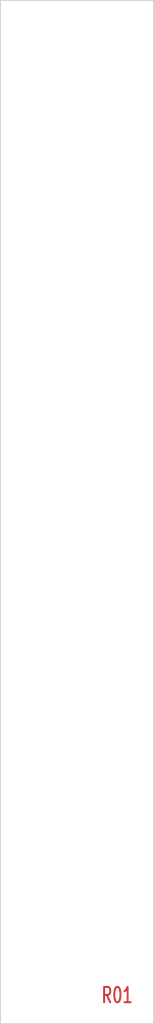
<source format=kicad_pcb>
(kicad_pcb (version 20171130) (host pcbnew 5.1.4-e60b266~84~ubuntu19.04.1)

  (general
    (thickness 1.6)
    (drawings 9)
    (tracks 0)
    (zones 0)
    (modules 5)
    (nets 1)
  )

  (page A4)
  (title_block
    (title Noise)
    (date 2019-09-22)
    (rev 01)
    (comment 1 "Original design by Yves Usson")
    (comment 2 "PCB for Panel")
    (comment 4 "License CC BY 4.0 - Attribution 4.0 International")
  )

  (layers
    (0 F.Cu signal)
    (31 B.Cu signal)
    (32 B.Adhes user)
    (33 F.Adhes user)
    (34 B.Paste user)
    (35 F.Paste user)
    (36 B.SilkS user)
    (37 F.SilkS user)
    (38 B.Mask user)
    (39 F.Mask user)
    (40 Dwgs.User user)
    (41 Cmts.User user)
    (42 Eco1.User user)
    (43 Eco2.User user)
    (44 Edge.Cuts user)
    (45 Margin user)
    (46 B.CrtYd user)
    (47 F.CrtYd user)
    (48 B.Fab user)
    (49 F.Fab user)
  )

  (setup
    (last_trace_width 0.25)
    (trace_clearance 0.2)
    (zone_clearance 0.508)
    (zone_45_only no)
    (trace_min 0.2)
    (via_size 0.8)
    (via_drill 0.4)
    (via_min_size 0.4)
    (via_min_drill 0.3)
    (uvia_size 0.3)
    (uvia_drill 0.1)
    (uvias_allowed no)
    (uvia_min_size 0.2)
    (uvia_min_drill 0.1)
    (edge_width 0.05)
    (segment_width 0.2)
    (pcb_text_width 0.3)
    (pcb_text_size 1.5 1.5)
    (mod_edge_width 0.12)
    (mod_text_size 1 1)
    (mod_text_width 0.15)
    (pad_size 5 5)
    (pad_drill 0)
    (pad_to_mask_clearance 0.051)
    (solder_mask_min_width 0.25)
    (aux_axis_origin 0 0)
    (visible_elements 7FFFFFFF)
    (pcbplotparams
      (layerselection 0x010f0_ffffffff)
      (usegerberextensions false)
      (usegerberattributes false)
      (usegerberadvancedattributes false)
      (creategerberjobfile false)
      (excludeedgelayer true)
      (linewidth 0.100000)
      (plotframeref false)
      (viasonmask false)
      (mode 1)
      (useauxorigin false)
      (hpglpennumber 1)
      (hpglpenspeed 20)
      (hpglpendiameter 15.000000)
      (psnegative false)
      (psa4output false)
      (plotreference true)
      (plotvalue true)
      (plotinvisibletext false)
      (padsonsilk false)
      (subtractmaskfromsilk false)
      (outputformat 1)
      (mirror false)
      (drillshape 0)
      (scaleselection 1)
      (outputdirectory "gerbers/"))
  )

  (net 0 "")

  (net_class Default "This is the default net class."
    (clearance 0.2)
    (trace_width 0.25)
    (via_dia 0.8)
    (via_drill 0.4)
    (uvia_dia 0.3)
    (uvia_drill 0.1)
  )

  (module MountingHole:MountingHole_3.2mm_M3 (layer F.Cu) (tedit 56D1B4CB) (tstamp 5DAC6DB1)
    (at 32.9 153.8)
    (descr "Mounting Hole 3.2mm, no annular, M3")
    (tags "mounting hole 3.2mm no annular m3")
    (attr virtual)
    (fp_text reference REF** (at 0 -4.2) (layer F.SilkS) hide
      (effects (font (size 1 1) (thickness 0.15)))
    )
    (fp_text value MountingHole_3.2mm_M3 (at 0 4.2) (layer F.Fab) hide
      (effects (font (size 1 1) (thickness 0.15)))
    )
    (fp_circle (center 0 0) (end 3.45 0) (layer F.CrtYd) (width 0.05))
    (fp_circle (center 0 0) (end 3.2 0) (layer Cmts.User) (width 0.15))
    (fp_text user %R (at 0.3 0) (layer F.Fab) hide
      (effects (font (size 1 1) (thickness 0.15)))
    )
    (pad 1 np_thru_hole circle (at 0 0) (size 3.2 3.2) (drill 3.2) (layers *.Cu *.Mask))
  )

  (module MountingHole:MountingHole_3.2mm_M3 (layer F.Cu) (tedit 56D1B4CB) (tstamp 5DAC6D9B)
    (at 32.9 30.4)
    (descr "Mounting Hole 3.2mm, no annular, M3")
    (tags "mounting hole 3.2mm no annular m3")
    (attr virtual)
    (fp_text reference REF** (at 0 -4.2) (layer F.SilkS) hide
      (effects (font (size 1 1) (thickness 0.15)))
    )
    (fp_text value MountingHole_3.2mm_M3 (at 0 4.2) (layer F.Fab) hide
      (effects (font (size 1 1) (thickness 0.15)))
    )
    (fp_circle (center 0 0) (end 3.45 0) (layer F.CrtYd) (width 0.05))
    (fp_circle (center 0 0) (end 3.2 0) (layer Cmts.User) (width 0.15))
    (fp_text user %R (at 0.3 0) (layer F.Fab) hide
      (effects (font (size 1 1) (thickness 0.15)))
    )
    (pad 1 np_thru_hole circle (at 0 0) (size 3.2 3.2) (drill 3.2) (layers *.Cu *.Mask))
  )

  (module elektrophon:panel_jack (layer F.Cu) (tedit 5DA46DDA) (tstamp 5DAC6B5F)
    (at 35.56 132.08)
    (descr "Mounting Hole 8.4mm, no annular, M8")
    (tags "mounting hole 8.4mm no annular m8")
    (path /5DAC225A)
    (attr virtual)
    (fp_text reference H3 (at 0 -9.4) (layer F.SilkS) hide
      (effects (font (size 1 1) (thickness 0.15)))
    )
    (fp_text value random (at 0 9.144) (layer F.Mask) hide
      (effects (font (size 2 1.4) (thickness 0.25)))
    )
    (fp_circle (center 0 0) (end 4.2 0) (layer F.CrtYd) (width 0.05))
    (fp_circle (center 0 0) (end 4 0) (layer Cmts.User) (width 0.15))
    (fp_text user %R (at 0.3 0) (layer F.Fab) hide
      (effects (font (size 1 1) (thickness 0.15)))
    )
    (pad "" np_thru_hole circle (at 0 0) (size 6.4 6.4) (drill 6.4) (layers *.Cu *.Mask))
    (model "${KIPRJMOD}/../../../lib/kicad/models/PJ301M-12 Thonkiconn v0.2.stp"
      (offset (xyz 0 0.8 -10.5))
      (scale (xyz 1 1 1))
      (rotate (xyz 0 0 0))
    )
  )

  (module elektrophon:panel_jack (layer F.Cu) (tedit 5DA46DDA) (tstamp 5D6B4C03)
    (at 35.56 111.76)
    (descr "Mounting Hole 8.4mm, no annular, M8")
    (tags "mounting hole 8.4mm no annular m8")
    (path /5D6B07F8)
    (attr virtual)
    (fp_text reference H2 (at 0 -9.4) (layer F.SilkS) hide
      (effects (font (size 1 1) (thickness 0.15)))
    )
    (fp_text value pink (at 0 9.144) (layer F.Mask) hide
      (effects (font (size 2 1.4) (thickness 0.25)))
    )
    (fp_circle (center 0 0) (end 4.2 0) (layer F.CrtYd) (width 0.05))
    (fp_circle (center 0 0) (end 4 0) (layer Cmts.User) (width 0.15))
    (fp_text user %R (at 0.3 0) (layer F.Fab) hide
      (effects (font (size 1 1) (thickness 0.15)))
    )
    (pad "" np_thru_hole circle (at 0 0) (size 6.4 6.4) (drill 6.4) (layers *.Cu *.Mask))
    (model "${KIPRJMOD}/../../../lib/kicad/models/PJ301M-12 Thonkiconn v0.2.stp"
      (offset (xyz 0 0.8 -10.5))
      (scale (xyz 1 1 1))
      (rotate (xyz 0 0 0))
    )
  )

  (module elektrophon:panel_jack (layer F.Cu) (tedit 5DA46DDA) (tstamp 5D6B4BE5)
    (at 35.56 91.44)
    (descr "Mounting Hole 8.4mm, no annular, M8")
    (tags "mounting hole 8.4mm no annular m8")
    (path /5D6B047C)
    (attr virtual)
    (fp_text reference H1 (at 0 -9.4) (layer F.SilkS) hide
      (effects (font (size 1 1) (thickness 0.15)))
    )
    (fp_text value white (at 0 9.144) (layer F.Mask) hide
      (effects (font (size 2 1.4) (thickness 0.25)))
    )
    (fp_circle (center 0 0) (end 4.2 0) (layer F.CrtYd) (width 0.05))
    (fp_circle (center 0 0) (end 4 0) (layer Cmts.User) (width 0.15))
    (fp_text user %R (at 0.3 0) (layer F.Fab) hide
      (effects (font (size 1 1) (thickness 0.15)))
    )
    (pad "" np_thru_hole circle (at 0 0) (size 6.4 6.4) (drill 6.4) (layers *.Cu *.Mask))
    (model "${KIPRJMOD}/../../../lib/kicad/models/PJ301M-12 Thonkiconn v0.2.stp"
      (offset (xyz 0 0.8 -10.5))
      (scale (xyz 1 1 1))
      (rotate (xyz 0 0 0))
    )
  )

  (gr_text random (at 35.57 141.22) (layer F.Mask) (tstamp 5DAC6C96)
    (effects (font (size 2 1.4) (thickness 0.25)))
  )
  (gr_text pink (at 35.57 120.9) (layer F.Mask) (tstamp 5DAC6C96)
    (effects (font (size 2 1.4) (thickness 0.25)))
  )
  (gr_text white (at 35.57 100.58) (layer F.Mask)
    (effects (font (size 2 1.4) (thickness 0.25)))
  )
  (gr_text R01 (at 40.64 155.09) (layer F.Cu)
    (effects (font (size 2 1.4) (thickness 0.25)))
  )
  (gr_text noise (at 35.56 60.96 90) (layer F.Mask)
    (effects (font (size 3 3) (thickness 0.35)))
  )
  (gr_line (start 45.4 158.8) (end 25.4 158.8) (layer Edge.Cuts) (width 0.12))
  (gr_line (start 45.4 25.4) (end 45.4 158.8) (layer Edge.Cuts) (width 0.12))
  (gr_line (start 25.4 25.4) (end 25.4 158.8) (layer Edge.Cuts) (width 0.12))
  (gr_line (start 25.4 25.4) (end 45.4 25.4) (layer Edge.Cuts) (width 0.12))

)

</source>
